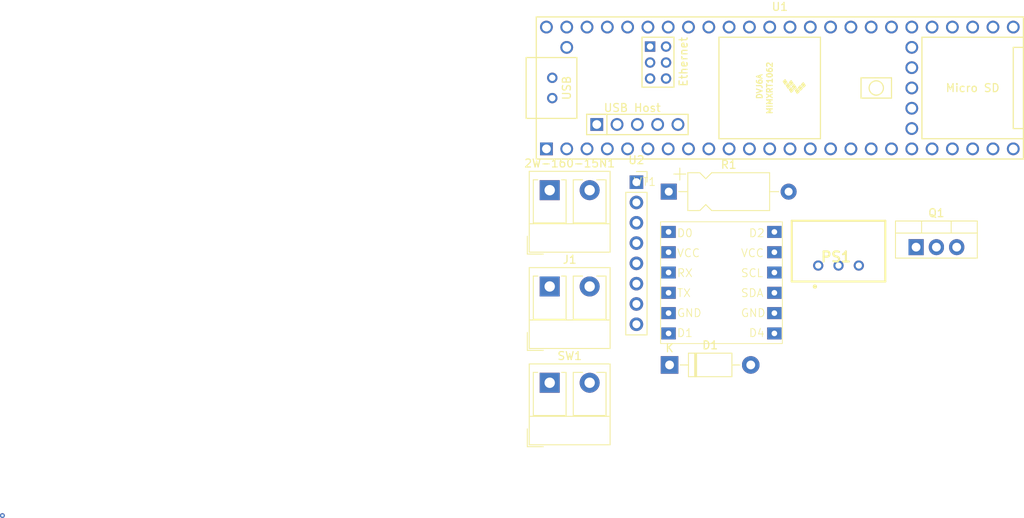
<source format=kicad_pcb>
(kicad_pcb (version 20240108) (generator "pcbnew") (generator_version "8.0")
  (layers (0 "F.Cu" signal) (31 "B.Cu" signal) (34 "B.Paste" user) (35 "F.Paste" user) (36 "B.SilkS" user "B.Silkscreen") (37 "F.SilkS" user "F.Silkscreen") (38 "B.Mask" user) (39 "F.Mask" user) (44 "Edge.Cuts" user))
  (net 0 "")
  (net 1 "+12V")
  (net 2 "GND")
  (net 3 "Net-(Q1-G)")
  (net 4 "Net-(PS1-VOUT+)")
  (net 5 "/Valve Signal")
  (net 39 "+3V3")
  (net 52 "/SDA")
  (net 55 "/SCL")
  (net 56 "/5VIN")
  (footprint "TerminalBlock_RND:TerminalBlock_RND_205-00276_1x02_P5.00mm_Vertical" (layer "F.Cu") (at 102.49 85.78)
    (property "Reference" "2W-160-15N1" (at 2.5 -3.36 0) (layer "F.SilkS"))
    (property "Value" "~")
    (fp_line (start -2.8 5.76) (end -2.8 8) (stroke (width 0.12)) (layer "F.SilkS"))
    (fp_line (start -2.8 8) (end -0.8 8) (stroke (width 0.12)) (layer "F.SilkS"))
    (fp_line (start -2.56 -2.36) (end -2.56 7.76) (stroke (width 0.12)) (layer "F.SilkS"))
    (fp_line (start -2.56 -2.36) (end 7.56 -2.36) (stroke (width 0.12)) (layer "F.SilkS"))
    (fp_line (start -2.56 4.2) (end 7.56 4.2) (stroke (width 0.12)) (layer "F.SilkS"))
    (fp_line (start -2.56 7.76) (end 7.56 7.76) (stroke (width 0.12)) (layer "F.SilkS"))
    (fp_line (start -2.05 -1.3) (end -2.05 4.1) (stroke (width 0.12)) (layer "F.SilkS"))
    (fp_line (start -2.05 -1.3) (end -1.49 -1.3) (stroke (width 0.12)) (layer "F.SilkS"))
    (fp_line (start -2.05 4.1) (end 2.05 4.1) (stroke (width 0.12)) (layer "F.SilkS"))
    (fp_line (start 1.49 -1.3) (end 2.05 -1.3) (stroke (width 0.12)) (layer "F.SilkS"))
    (fp_line (start 2.05 -1.3) (end 2.05 4.1) (stroke (width 0.12)) (layer "F.SilkS"))
    (fp_line (start 2.95 -1.3) (end 2.95 4.1) (stroke (width 0.12)) (layer "F.SilkS"))
    (fp_line (start 2.95 -1.3) (end 4.117 -1.3) (stroke (width 0.12)) (layer "F.SilkS"))
    (fp_line (start 2.95 4.1) (end 7.05 4.1) (stroke (width 0.12)) (layer "F.SilkS"))
    (fp_line (start 5.884 -1.3) (end 7.05 -1.3) (stroke (width 0.12)) (layer "F.SilkS"))
    (fp_line (start 7.05 -1.3) (end 7.05 4.1) (stroke (width 0.12)) (layer "F.SilkS"))
    (fp_line (start 7.56 -2.36) (end 7.56 7.76) (stroke (width 0.12)) (layer "F.SilkS"))
    (pad "1" thru_hole rect (at 0 0) (size 2.5 2.5) (drill 1.3) (layers "*.Cu" "*.Mask") (net 1 "+12V"))
    (pad "2" thru_hole circle (at 5 0) (size 2.5 2.5) (drill 1.3) (layers "*.Cu" "*.Mask") (net 1 "+12V"))
  )
  (footprint "Diode_THT:D_DO-41_SOD81_P10.16mm_Horizontal" (layer "F.Cu") (at 117.49 107.65)
    (property "Reference" "D1" (at 5.08 -2.47 0) (layer "F.SilkS"))
    (property "Value" "1N4001")
    (fp_line (start 1.34 0) (end 2.36 0) (stroke (width 0.12)) (layer "F.SilkS"))
    (fp_line (start 2.36 -1.47) (end 2.36 1.47) (stroke (width 0.12)) (layer "F.SilkS"))
    (fp_line (start 2.36 1.47) (end 7.8 1.47) (stroke (width 0.12)) (layer "F.SilkS"))
    (fp_line (start 3.14 -1.47) (end 3.14 1.47) (stroke (width 0.12)) (layer "F.SilkS"))
    (fp_line (start 3.26 -1.47) (end 3.26 1.47) (stroke (width 0.12)) (layer "F.SilkS"))
    (fp_line (start 3.38 -1.47) (end 3.38 1.47) (stroke (width 0.12)) (layer "F.SilkS"))
    (fp_line (start 7.8 -1.47) (end 2.36 -1.47) (stroke (width 0.12)) (layer "F.SilkS"))
    (fp_line (start 7.8 1.47) (end 7.8 -1.47) (stroke (width 0.12)) (layer "F.SilkS"))
    (fp_line (start 8.82 0) (end 7.8 0) (stroke (width 0.12)) (layer "F.SilkS"))
    (fp_text user "K" (at 0 -2.1 0) (layer "F.SilkS"))
    (pad "1" thru_hole rect (at 0 0) (size 2.2 2.2) (drill 1.1) (layers "*.Cu" "*.Mask") (net 1 "+12V"))
    (pad "2" thru_hole oval (at 10.16 0) (size 2.2 2.2) (drill 1.1) (layers "*.Cu" "*.Mask") (net 1 "+12V"))
  )
  (footprint "TerminalBlock_RND:TerminalBlock_RND_205-00276_1x02_P5.00mm_Vertical" (layer "F.Cu") (at 102.49 109.88)
    (property "Reference" "SW1" (at 2.5 -3.36 0) (layer "F.SilkS"))
    (property "Value" "SW_SPDT")
    (fp_line (start -2.8 5.76) (end -2.8 8) (stroke (width 0.12)) (layer "F.SilkS"))
    (fp_line (start -2.8 8) (end -0.8 8) (stroke (width 0.12)) (layer "F.SilkS"))
    (fp_line (start -2.56 -2.36) (end -2.56 7.76) (stroke (width 0.12)) (layer "F.SilkS"))
    (fp_line (start -2.56 -2.36) (end 7.56 -2.36) (stroke (width 0.12)) (layer "F.SilkS"))
    (fp_line (start -2.56 4.2) (end 7.56 4.2) (stroke (width 0.12)) (layer "F.SilkS"))
    (fp_line (start -2.56 7.76) (end 7.56 7.76) (stroke (width 0.12)) (layer "F.SilkS"))
    (fp_line (start -2.05 -1.3) (end -2.05 4.1) (stroke (width 0.12)) (layer "F.SilkS"))
    (fp_line (start -2.05 -1.3) (end -1.49 -1.3) (stroke (width 0.12)) (layer "F.SilkS"))
    (fp_line (start -2.05 4.1) (end 2.05 4.1) (stroke (width 0.12)) (layer "F.SilkS"))
    (fp_line (start 1.49 -1.3) (end 2.05 -1.3) (stroke (width 0.12)) (layer "F.SilkS"))
    (fp_line (start 2.05 -1.3) (end 2.05 4.1) (stroke (width 0.12)) (layer "F.SilkS"))
    (fp_line (start 2.95 -1.3) (end 2.95 4.1) (stroke (width 0.12)) (layer "F.SilkS"))
    (fp_line (start 2.95 -1.3) (end 4.117 -1.3) (stroke (width 0.12)) (layer "F.SilkS"))
    (fp_line (start 2.95 4.1) (end 7.05 4.1) (stroke (width 0.12)) (layer "F.SilkS"))
    (fp_line (start 5.884 -1.3) (end 7.05 -1.3) (stroke (width 0.12)) (layer "F.SilkS"))
    (fp_line (start 7.05 -1.3) (end 7.05 4.1) (stroke (width 0.12)) (layer "F.SilkS"))
    (fp_line (start 7.56 -2.36) (end 7.56 7.76) (stroke (width 0.12)) (layer "F.SilkS"))
    (pad "1" thru_hole rect (at 0 0) (size 2.5 2.5) (drill 1.3) (layers "*.Cu" "*.Mask"))
    (pad "2" thru_hole circle (at 5 0) (size 2.5 2.5) (drill 1.3) (layers "*.Cu" "*.Mask") (net 4 "Net-(PS1-VOUT+)"))
  )
  (footprint "Connector_PinSocket_2.54mm:PinSocket_1x08_P2.54mm_Vertical" (layer "F.Cu") (at 113.34 84.78)
    (property "Reference" "U2" (at 0 -2.77 0) (layer "F.SilkS"))
    (property "Value" "~")
    (fp_line (start -1.33 1.27) (end -1.33 19.11) (stroke (width 0.12)) (layer "F.SilkS"))
    (fp_line (start -1.33 1.27) (end 1.33 1.27) (stroke (width 0.12)) (layer "F.SilkS"))
    (fp_line (start -1.33 19.11) (end 1.33 19.11) (stroke (width 0.12)) (layer "F.SilkS"))
    (fp_line (start 0 -1.33) (end 1.33 -1.33) (stroke (width 0.12)) (layer "F.SilkS"))
    (fp_line (start 1.33 -1.33) (end 1.33 0) (stroke (width 0.12)) (layer "F.SilkS"))
    (fp_line (start 1.33 1.27) (end 1.33 19.11) (stroke (width 0.12)) (layer "F.SilkS"))
    (pad "1" thru_hole rect (at 0 0) (size 1.7 1.7) (drill 1) (layers "*.Cu" "*.Mask") (net 39 "+3V3"))
    (pad "2" thru_hole oval (at 0 2.54) (size 1.7 1.7) (drill 1) (layers "*.Cu" "*.Mask"))
    (pad "3" thru_hole oval (at 0 5.08) (size 1.7 1.7) (drill 1) (layers "*.Cu" "*.Mask") (net 2 "GND"))
    (pad "4" thru_hole oval (at 0 7.62) (size 1.7 1.7) (drill 1) (layers "*.Cu" "*.Mask"))
    (pad "5" thru_hole oval (at 0 10.16) (size 1.7 1.7) (drill 1) (layers "*.Cu" "*.Mask") (net 55 "/SCL"))
    (pad "6" thru_hole oval (at 0 12.7) (size 1.7 1.7) (drill 1) (layers "*.Cu" "*.Mask"))
    (pad "7" thru_hole oval (at 0 15.24) (size 1.7 1.7) (drill 1) (layers "*.Cu" "*.Mask") (net 52 "/SDA"))
    (pad "8" thru_hole oval (at 0 17.78) (size 1.7 1.7) (drill 1) (layers "*.Cu" "*.Mask"))
  )
  (footprint "random-footprints:TSR-1-24120" (layer "F.Cu") (at 138.632 95.212)
    (property "Reference" "PS1" (at -0.321 -1.077 0) (layer "F.SilkS") (effects (font (size 1.27 1.27) (thickness 0.254))))
    (property "Value" "TSR_1-2450" (hide yes))
    (fp_line (start -5.85 -5.6) (end -5.85 2) (stroke (width 0.254)) (layer "F.SilkS"))
    (fp_line (start -5.85 2) (end 5.85 2) (stroke (width 0.254)) (layer "F.SilkS"))
    (fp_line (start 5.85 -5.6) (end -5.85 -5.6) (stroke (width 0.254)) (layer "F.SilkS"))
    (fp_line (start 5.85 2) (end 5.85 -5.6) (stroke (width 0.254)) (layer "F.SilkS"))
    (fp_circle (center -2.955 2.633) (end -2.955 2.774) (stroke (width 0.254)) (fill none) (layer "F.SilkS"))
    (pad "1" thru_hole circle (at -2.54 0) (size 1.28 1.28) (drill 0.78) (layers "*.Cu" "*.Mask") (net 1 "+12V"))
    (pad "2" thru_hole circle (at 0 0) (size 1.28 1.28) (drill 0.78) (layers "*.Cu" "*.Mask") (net 2 "GND"))
    (pad "3" thru_hole circle (at 2.54 0) (size 1.28 1.28) (drill 0.78) (layers "*.Cu" "*.Mask") (net 4 "Net-(PS1-VOUT+)"))
  )
  (footprint "teensy-foots:Teensy41" (layer "F.Cu") (at 131.29 72.99)
    (property "Reference" "U1" (at 0 -10.16 0) (layer "F.SilkS"))
    (property "Value" "Teensy4.1")
    (fp_line (start -31.75 -3.81) (end -30.48 -3.81) (stroke (width 0.15)) (layer "F.SilkS"))
    (fp_line (start -31.75 3.81) (end -31.75 -3.81) (stroke (width 0.15)) (layer "F.SilkS"))
    (fp_line (start -30.48 -8.89) (end 30.48 -8.89) (stroke (width 0.15)) (layer "F.SilkS"))
    (fp_line (start -30.48 3.81) (end -31.75 3.81) (stroke (width 0.15)) (layer "F.SilkS"))
    (fp_line (start -30.48 8.89) (end -30.48 -8.89) (stroke (width 0.15)) (layer "F.SilkS"))
    (fp_line (start -25.4 -3.81) (end -30.48 -3.81) (stroke (width 0.15)) (layer "F.SilkS"))
    (fp_line (start -25.4 3.81) (end -30.48 3.81) (stroke (width 0.15)) (layer "F.SilkS"))
    (fp_line (start -25.4 3.81) (end -25.4 -3.81) (stroke (width 0.15)) (layer "F.SilkS"))
    (fp_line (start -24.1808 3.2992) (end -21.6408 3.2992) (stroke (width 0.15)) (layer "F.SilkS"))
    (fp_line (start -24.1808 3.2992) (end -11.4808 3.2992) (stroke (width 0.15)) (layer "F.SilkS"))
    (fp_line (start -24.1808 5.8392) (end -24.1808 3.2992) (stroke (width 0.15)) (layer "F.SilkS"))
    (fp_line (start -21.6408 3.2992) (end -21.6408 5.8392) (stroke (width 0.15)) (layer "F.SilkS"))
    (fp_line (start -17.25 -6.3516) (end -17.25 -6.1016) (stroke (width 0.15)) (layer "F.SilkS"))
    (fp_line (start -17.25 -6.1016) (end -17.25 -0.1016) (stroke (width 0.15)) (layer "F.SilkS"))
    (fp_line (start -17.25 -0.1016) (end -13.25 -0.1016) (stroke (width 0.15)) (layer "F.SilkS"))
    (fp_line (start -13.25 -6.3516) (end -17.25 -6.3516) (stroke (width 0.15)) (layer "F.SilkS"))
    (fp_line (start -13.25 -0.1016) (end -13.25 -6.3516) (stroke (width 0.15)) (layer "F.SilkS"))
    (fp_line (start -11.4808 3.2992) (end -11.4808 5.8392) (stroke (width 0.15)) (layer "F.SilkS"))
    (fp_line (start -11.4808 5.8392) (end -24.1808 5.8392) (stroke (width 0.15)) (layer "F.SilkS"))
    (fp_line (start -7.62 -6.35) (end -7.62 6.35) (stroke (width 0.15)) (layer "F.SilkS"))
    (fp_line (start -7.62 6.35) (end 5.08 6.35) (stroke (width 0.15)) (layer "F.SilkS"))
    (fp_line (start 5.08 -6.35) (end -7.62 -6.35) (stroke (width 0.15)) (layer "F.SilkS"))
    (fp_line (start 5.08 6.35) (end 5.08 -6.35) (stroke (width 0.15)) (layer "F.SilkS"))
    (fp_line (start 10.16 -1.27) (end 13.97 -1.27) (stroke (width 0.15)) (layer "F.SilkS"))
    (fp_line (start 10.16 1.27) (end 10.16 -1.27) (stroke (width 0.15)) (layer "F.SilkS"))
    (fp_line (start 13.97 -1.27) (end 13.97 1.27) (stroke (width 0.15)) (layer "F.SilkS"))
    (fp_line (start 13.97 1.27) (end 10.16 1.27) (stroke (width 0.15)) (layer "F.SilkS"))
    (fp_line (start 17.78 -6.35) (end 17.78 6.35) (stroke (width 0.15)) (layer "F.SilkS"))
    (fp_line (start 17.78 6.35) (end 30.48 6.35) (stroke (width 0.15)) (layer "F.SilkS"))
    (fp_line (start 29.21 -5.08) (end 29.21 5.08) (stroke (width 0.15)) (layer "F.SilkS"))
    (fp_line (start 29.21 5.08) (end 30.48 5.08) (stroke (width 0.15)) (layer "F.SilkS"))
    (fp_line (start 30.48 -8.89) (end 30.48 8.89) (stroke (width 0.15)) (layer "F.SilkS"))
    (fp_line (start 30.48 -6.35) (end 17.78 -6.35) (stroke (width 0.15)) (layer "F.SilkS"))
    (fp_line (start 30.48 -5.08) (end 29.21 -5.08) (stroke (width 0.15)) (layer "F.SilkS"))
    (fp_line (start 30.48 8.89) (end -30.48 8.89) (stroke (width 0.15)) (layer "F.SilkS"))
    (fp_circle (center 12.065 0) (end 12.7 -0.635) (stroke (width 0.15)) (fill none) (layer "F.SilkS"))
    (fp_poly (pts (xy 0.911 -0.688) (xy 0.657 -0.434) (xy 0.403 -0.815) (xy 0.657 -1.069)) (stroke (width 0.1)) (fill solid) (layer "F.SilkS"))
    (fp_poly (pts (xy 1.292 -0.18) (xy 1.038 0.074) (xy 0.784 -0.307) (xy 1.038 -0.561)) (stroke (width 0.1)) (fill solid) (layer "F.SilkS"))
    (fp_poly (pts (xy 1.673 -0.561) (xy 1.419 -0.307) (xy 1.165 -0.688) (xy 1.419 -0.942)) (stroke (width 0.1)) (fill solid) (layer "F.SilkS"))
    (fp_poly (pts (xy 1.673 0.328) (xy 1.419 0.582) (xy 1.165 0.201) (xy 1.419 -0.053)) (stroke (width 0.1)) (fill solid) (layer "F.SilkS"))
    (fp_poly (pts (xy 2.054 -0.053) (xy 1.8 0.201) (xy 1.546 -0.18) (xy 1.8 -0.434)) (stroke (width 0.1)) (fill solid) (layer "F.SilkS"))
    (fp_poly (pts (xy 2.435 0.455) (xy 2.181 0.709) (xy 1.927 0.328) (xy 2.181 0.074)) (stroke (width 0.1)) (fill solid) (layer "F.SilkS"))
    (fp_poly (pts (xy 2.816 0.074) (xy 2.562 0.328) (xy 2.308 -0.053) (xy 2.562 -0.307)) (stroke (width 0.1)) (fill solid) (layer "F.SilkS"))
    (fp_poly (pts (xy 3.197 -0.307) (xy 2.943 -0.053) (xy 2.689 -0.434) (xy 2.943 -0.688)) (stroke (width 0.1)) (fill solid) (layer "F.SilkS"))
    (fp_text user "MIMXRT1062" (at -1.27 0 -90) (layer "F.SilkS") (effects (font (size 0.7 0.7))))
    (fp_text user "Micro SD" (at 24.13 0 0) (layer "F.SilkS"))
    (fp_text user "Ethernet" (at -12.065 -3.2766 90) (layer "F.SilkS"))
    (fp_text user "USB Host" (at -18.4658 2.4892 0) (layer "F.SilkS"))
    (fp_text user "DVJ6A" (at -2.54 -0.18 -90) (layer "F.SilkS") (effects (font (size 0.7 0.7))))
    (fp_text user "USB" (at -26.67 0 -90) (layer "F.SilkS"))
    (pad "1" thru_hole rect (at -29.21 7.62) (size 1.6 1.6) (drill 1.1) (layers "*.Cu" "*.Mask") (net 2 "GND"))
    (pad "2" thru_hole circle (at -26.67 7.62) (size 1.6 1.6) (drill 1.1) (layers "*.Cu" "*.Mask"))
    (pad "3" thru_hole circle (at -24.13 7.62) (size 1.6 1.6) (drill 1.1) (layers "*.Cu" "*.Mask"))
    (pad "4" thru_hole circle (at -21.59 7.62) (size 1.6 1.6) (drill 1.1) (layers "*.Cu" "*.Mask"))
    (pad "5" thru_hole circle (at -19.05 7.62) (size 1.6 1.6) (drill 1.1) (layers "*.Cu" "*.Mask"))
    (pad "6" thru_hole circle (at -16.51 7.62) (size 1.6 1.6) (drill 1.1) (layers "*.Cu" "*.Mask"))
    (pad "7" thru_hole circle (at -13.97 7.62) (size 1.6 1.6) (drill 1.1) (layers "*.Cu" "*.Mask") (net 5 "/Valve Signal"))
    (pad "8" thru_hole circle (at -11.43 7.62) (size 1.6 1.6) (drill 1.1) (layers "*.Cu" "*.Mask"))
    (pad "9" thru_hole circle (at -8.89 7.62) (size 1.6 1.6) (drill 1.1) (layers "*.Cu" "*.Mask"))
    (pad "10" thru_hole circle (at -6.35 7.62) (size 1.6 1.6) (drill 1.1) (layers "*.Cu" "*.Mask"))
    (pad "11" thru_hole circle (at -3.81 7.62) (size 1.6 1.6) (drill 1.1) (layers "*.Cu" "*.Mask"))
    (pad "12" thru_hole circle (at -1.27 7.62) (size 1.6 1.6) (drill 1.1) (layers "*.Cu" "*.Mask"))
    (pad "13" thru_hole circle (at 1.27 7.62) (size 1.6 1.6) (drill 1.1) (layers "*.Cu" "*.Mask"))
    (pad "14" thru_hole circle (at 3.81 7.62) (size 1.6 1.6) (drill 1.1) (layers "*.Cu" "*.Mask"))
    (pad "15" thru_hole circle (at 6.35 7.62) (size 1.6 1.6) (drill 1.1) (layers "*.Cu" "*.Mask"))
    (pad "16" thru_hole circle (at 8.89 7.62) (size 1.6 1.6) (drill 1.1) (layers "*.Cu" "*.Mask"))
    (pad "17" thru_hole circle (at 11.43 7.62) (size 1.6 1.6) (drill 1.1) (layers "*.Cu" "*.Mask"))
    (pad "18" thru_hole circle (at 13.97 7.62) (size 1.6 1.6) (drill 1.1) (layers "*.Cu" "*.Mask"))
    (pad "19" thru_hole circle (at 16.51 7.62) (size 1.6 1.6) (drill 1.1) (layers "*.Cu" "*.Mask"))
    (pad "20" thru_hole circle (at 19.05 7.62) (size 1.6 1.6) (drill 1.1) (layers "*.Cu" "*.Mask"))
    (pad "21" thru_hole circle (at 21.59 7.62) (size 1.6 1.6) (drill 1.1) (layers "*.Cu" "*.Mask"))
    (pad "22" thru_hole circle (at 24.13 7.62) (size 1.6 1.6) (drill 1.1) (layers "*.Cu" "*.Mask"))
    (pad "23" thru_hole circle (at 26.67 7.62) (size 1.6 1.6) (drill 1.1) (layers "*.Cu" "*.Mask"))
    (pad "24" thru_hole circle (at 29.21 7.62) (size 1.6 1.6) (drill 1.1) (layers "*.Cu" "*.Mask"))
    (pad "25" thru_hole circle (at 29.21 -7.62) (size 1.6 1.6) (drill 1.1) (layers "*.Cu" "*.Mask"))
    (pad "26" thru_hole circle (at 26.67 -7.62) (size 1.6 1.6) (drill 1.1) (layers "*.Cu" "*.Mask"))
    (pad "27" thru_hole circle (at 24.13 -7.62) (size 1.6 1.6) (drill 1.1) (layers "*.Cu" "*.Mask"))
    (pad "28" thru_hole circle (at 21.59 -7.62) (size 1.6 1.6) (drill 1.1) (layers "*.Cu" "*.Mask"))
    (pad "29" thru_hole circle (at 19.05 -7.62) (size 1.6 1.6) (drill 1.1) (layers "*.Cu" "*.Mask"))
    (pad "30" thru_hole circle (at 16.51 -7.62) (size 1.6 1.6) (drill 1.1) (layers "*.Cu" "*.Mask"))
    (pad "31" thru_hole circle (at 13.97 -7.62) (size 1.6 1.6) (drill 1.1) (layers "*.Cu" "*.Mask"))
    (pad "32" thru_hole circle (at 11.43 -7.62) (size 1.6 1.6) (drill 1.1) (layers "*.Cu" "*.Mask"))
    (pad "33" thru_hole circle (at 8.89 -7.62) (size 1.6 1.6) (drill 1.1) (layers "*.Cu" "*.Mask"))
    (pad "34" thru_hole circle (at 6.35 -7.62) (size 1.6 1.6) (drill 1.1) (layers "*.Cu" "*.Mask"))
    (pad "35" thru_hole circle (at 3.81 -7.62) (size 1.6 1.6) (drill 1.1) (layers "*.Cu" "*.Mask"))
    (pad "36" thru_hole circle (at 1.27 -7.62) (size 1.6 1.6) (drill 1.1) (layers "*.Cu" "*.Mask"))
    (pad "37" thru_hole circle (at -1.27 -7.62) (size 1.6 1.6) (drill 1.1) (layers "*.Cu" "*.Mask"))
    (pad "38" thru_hole circle (at -3.81 -7.62) (size 1.6 1.6) (drill 1.1) (layers "*.Cu" "*.Mask"))
    (pad "39" thru_hole circle (at -6.35 -7.62) (size 1.6 1.6) (drill 1.1) (layers "*.Cu" "*.Mask"))
    (pad "40" thru_hole circle (at -8.89 -7.62) (size 1.6 1.6) (drill 1.1) (layers "*.Cu" "*.Mask") (net 52 "/SDA"))
    (pad "41" thru_hole circle (at -11.43 -7.62) (size 1.6 1.6) (drill 1.1) (layers "*.Cu" "*.Mask") (net 55 "/SCL"))
    (pad "42" thru_hole circle (at -13.97 -7.62) (size 1.6 1.6) (drill 1.1) (layers "*.Cu" "*.Mask"))
    (pad "43" thru_hole circle (at -16.51 -7.62) (size 1.6 1.6) (drill 1.1) (layers "*.Cu" "*.Mask"))
    (pad "44" thru_hole circle (at -19.05 -7.62) (size 1.6 1.6) (drill 1.1) (layers "*.Cu" "*.Mask"))
    (pad "45" thru_hole circle (at -21.59 -7.62) (size 1.6 1.6) (drill 1.1) (layers "*.Cu" "*.Mask"))
    (pad "46" thru_hole circle (at -24.13 -7.62) (size 1.6 1.6) (drill 1.1) (layers "*.Cu" "*.Mask") (net 39 "+3V3"))
    (pad "47" thru_hole circle (at -26.67 -7.62) (size 1.6 1.6) (drill 1.1) (layers "*.Cu" "*.Mask"))
    (pad "48" thru_hole circle (at -29.21 -7.62) (size 1.6 1.6) (drill 1.1) (layers "*.Cu" "*.Mask") (net 56 "/5VIN"))
    (pad "49" thru_hole circle (at -26.67 -5.08) (size 1.6 1.6) (drill 1.1) (layers "*.Cu" "*.Mask"))
    (pad "50" thru_hole circle (at 16.51 5.08) (size 1.6 1.6) (drill 1.1) (layers "*.Cu" "*.Mask"))
    (pad "51" thru_hole circle (at 16.51 2.54) (size 1.6 1.6) (drill 1.1) (layers "*.Cu" "*.Mask"))
    (pad "52" thru_hole circle (at 16.51 0) (size 1.6 1.6) (drill 1.1) (layers "*.Cu" "*.Mask"))
    (pad "53" thru_hole circle (at 16.51 -2.54) (size 1.6 1.6) (drill 1.1) (layers "*.Cu" "*.Mask"))
    (pad "54" thru_hole circle (at 16.51 -5.08) (size 1.6 1.6) (drill 1.1) (layers "*.Cu" "*.Mask"))
    (pad "55" thru_hole rect (at -22.9108 4.5692) (size 1.6 1.6) (drill 1.1) (layers "*.Cu" "*.Mask"))
    (pad "56" thru_hole circle (at -20.3708 4.5692) (size 1.6 1.6) (drill 1.1) (layers "*.Cu" "*.Mask"))
    (pad "57" thru_hole circle (at -17.8308 4.5692) (size 1.6 1.6) (drill 1.1) (layers "*.Cu" "*.Mask"))
    (pad "58" thru_hole circle (at -15.2908 4.5692) (size 1.6 1.6) (drill 1.1) (layers "*.Cu" "*.Mask"))
    (pad "59" thru_hole circle (at -12.7508 4.5692) (size 1.6 1.6) (drill 1.1) (layers "*.Cu" "*.Mask"))
    (pad "60" thru_hole rect (at -16.24 -5.1816) (size 1.3 1.3) (drill 0.8) (layers "*.Cu" "*.Mask"))
    (pad "61" thru_hole circle (at -16.24 -3.1816) (size 1.3 1.3) (drill 0.8) (layers "*.Cu" "*.Mask"))
    (pad "62" thru_hole circle (at -16.24 -1.1816) (size 1.3 1.3) (drill 0.8) (layers "*.Cu" "*.Mask"))
    (pad "63" thru_hole circle (at -14.24 -1.1816) (size 1.3 1.3) (drill 0.8) (layers "*.Cu" "*.Mask"))
    (pad "64" thru_hole circle (at -14.24 -3.1816) (size 1.3 1.3) (drill 0.8) (layers "*.Cu" "*.Mask"))
    (pad "65" thru_hole circle (at -14.24 -5.1816) (size 1.3 1.3) (drill 0.8) (layers "*.Cu" "*.Mask"))
    (pad "66" thru_hole circle (at -28.48 -1.27) (size 1.3 1.3) (drill 0.8) (layers "*.Cu" "*.Mask"))
    (pad "67" thru_hole circle (at -28.48 1.27) (size 1.3 1.3) (drill 0.8) (layers "*.Cu" "*.Mask"))
  )
  (footprint "Library:WT901" (layer "F.Cu") (at 116.365 89.735)
    (property "Reference" "WT1" (at -2 -5 0) (layer "F.SilkS") (effects (font (thickness 0.1))))
    (property "Value" "~")
    (fp_rect (start 0 0) (end 15.24 15.24) (stroke (width 0.1)) (fill none) (layer "F.SilkS"))
    (fp_text user "SDA" (at 10 9.5 0) (layer "F.SilkS") (effects (font (thickness 0.1)) (justify left bottom)))
    (fp_text user "SCL" (at 10 7 0) (layer "F.SilkS") (effects (font (thickness 0.1)) (justify left bottom)))
    (fp_text user "RX" (at 2 7 0) (layer "F.SilkS") (effects (font (thickness 0.1)) (justify left bottom)))
    (fp_text user "D1" (at 2 14.5 0) (layer "F.SilkS") (effects (font (thickness 0.1)) (justify left bottom)))
    (fp_text user "TX" (at 2 9.5 0) (layer "F.SilkS") (effects (font (thickness 0.1)) (justify left bottom)))
    (fp_text user "VCC" (at 10 4.5 0) (layer "F.SilkS") (effects (font (thickness 0.1)) (justify left bottom)))
    (fp_text user "D4" (at 11 14.5 0) (layer "F.SilkS") (effects (font (thickness 0.1)) (justify left bottom)))
    (fp_text user "GND" (at 10 12 0) (layer "F.SilkS") (effects (font (thickness 0.1)) (justify left bottom)))
    (fp_text user "D2" (at 11 2 0) (layer "F.SilkS") (effects (font (thickness 0.1)) (justify left bottom)))
    (fp_text user "GND" (at 2 12 0) (layer "F.SilkS") (effects (font (thickness 0.1)) (justify left bottom)))
    (fp_text user "D0" (at 2 2 0) (layer "F.SilkS") (effects (font (thickness 0.1)) (justify left bottom)))
    (fp_text user "VCC" (at 2 4.5 0) (layer "F.SilkS") (effects (font (thickness 0.1)) (justify left bottom)))
    (pad "1" thru_hole rect (at 1 1.27) (size 1.8 1.5) (drill 0.7) (layers "*.Cu" "*.Mask"))
    (pad "2" thru_hole rect (at 1 3.81) (size 1.8 1.5) (drill 0.7) (layers "*.Cu" "*.Mask"))
    (pad "3" thru_hole rect (at 1 6.35) (size 1.8 1.5) (drill 0.7) (layers "*.Cu" "*.Mask"))
    (pad "4" thru_hole rect (at 1 8.89) (size 1.8 1.5) (drill 0.7) (layers "*.Cu" "*.Mask"))
    (pad "5" thru_hole rect (at 1 11.43) (size 1.8 1.5) (drill 0.7) (layers "*.Cu" "*.Mask"))
    (pad "6" thru_hole rect (at 1 13.97) (size 1.8 1.5) (drill 0.7) (layers "*.Cu" "*.Mask"))
    (pad "7" thru_hole rect (at 14.24 1.27) (size 1.8 1.5) (drill 0.7) (layers "*.Cu" "*.Mask"))
    (pad "8" thru_hole rect (at 14.24 3.81) (size 1.8 1.5) (drill 0.7) (layers "*.Cu" "*.Mask") (net 39 "+3V3"))
    (pad "9" thru_hole rect (at 14.24 6.35) (size 1.8 1.5) (drill 0.7) (layers "*.Cu" "*.Mask") (net 55 "/SCL"))
    (pad "10" thru_hole rect (at 14.24 8.89) (size 1.8 1.5) (drill 0.7) (layers "*.Cu" "*.Mask") (net 52 "/SDA"))
    (pad "11" thru_hole rect (at 14.24 11.43) (size 1.8 1.5) (drill 0.7) (layers "*.Cu" "*.Mask") (net 2 "GND"))
    (pad "12" thru_hole rect (at 14.24 13.97) (size 1.8 1.5) (drill 0.7) (layers "*.Cu" "*.Mask"))
  )
  (footprint "Package_TO_SOT_THT:TO-220-3_Vertical" (layer "F.Cu") (at 148.34 92.91)
    (property "Reference" "Q1" (at 2.54 -4.27 0) (layer "F.SilkS"))
    (property "Value" "IRLB8721PBF")
    (fp_line (start -2.58 -3.27) (end -2.58 1.371) (stroke (width 0.12)) (layer "F.SilkS"))
    (fp_line (start -2.58 -3.27) (end 7.66 -3.27) (stroke (width 0.12)) (layer "F.SilkS"))
    (fp_line (start -2.58 -1.76) (end 7.66 -1.76) (stroke (width 0.12)) (layer "F.SilkS"))
    (fp_line (start -2.58 1.371) (end 7.66 1.371) (stroke (width 0.12)) (layer "F.SilkS"))
    (fp_line (start 0.69 -3.27) (end 0.69 -1.76) (stroke (width 0.12)) (layer "F.SilkS"))
    (fp_line (start 4.391 -3.27) (end 4.391 -1.76) (stroke (width 0.12)) (layer "F.SilkS"))
    (fp_line (start 7.66 -3.27) (end 7.66 1.371) (stroke (width 0.12)) (layer "F.SilkS"))
    (pad "1" thru_hole rect (at 0 0) (size 1.905 2) (drill 1.1) (layers "*.Cu" "*.Mask") (net 3 "Net-(Q1-G)"))
    (pad "2" thru_hole oval (at 2.54 0) (size 1.905 2) (drill 1.1) (layers "*.Cu" "*.Mask") (net 1 "+12V"))
    (pad "3" thru_hole oval (at 5.08 0) (size 1.905 2) (drill 1.1) (layers "*.Cu" "*.Mask") (net 2 "GND"))
  )
  (footprint "Capacitor_THT:CP_Axial_L10.0mm_D4.5mm_P15.00mm_Horizontal" (layer "F.Cu") (at 117.39 85.965)
    (property "Reference" "R1" (at 7.5 -3.37 0) (layer "F.SilkS"))
    (property "Value" "270")
    (fp_line (start 0.63 -2.2) (end 2.13 -2.2) (stroke (width 0.12)) (layer "F.SilkS"))
    (fp_line (start 1.24 0) (end 2.38 0) (stroke (width 0.12)) (layer "F.SilkS"))
    (fp_line (start 1.38 -2.95) (end 1.38 -1.45) (stroke (width 0.12)) (layer "F.SilkS"))
    (fp_line (start 2.38 -2.37) (end 2.38 2.37) (stroke (width 0.12)) (layer "F.SilkS"))
    (fp_line (start 2.38 -2.37) (end 3.88 -2.37) (stroke (width 0.12)) (layer "F.SilkS"))
    (fp_line (start 2.38 2.37) (end 3.88 2.37) (stroke (width 0.12)) (layer "F.SilkS"))
    (fp_line (start 3.88 -2.37) (end 4.63 -1.62) (stroke (width 0.12)) (layer "F.SilkS"))
    (fp_line (start 3.88 2.37) (end 4.63 1.62) (stroke (width 0.12)) (layer "F.SilkS"))
    (fp_line (start 4.63 -1.62) (end 5.38 -2.37) (stroke (width 0.12)) (layer "F.SilkS"))
    (fp_line (start 4.63 1.62) (end 5.38 2.37) (stroke (width 0.12)) (layer "F.SilkS"))
    (fp_line (start 5.38 -2.37) (end 12.62 -2.37) (stroke (width 0.12)) (layer "F.SilkS"))
    (fp_line (start 5.38 2.37) (end 12.62 2.37) (stroke (width 0.12)) (layer "F.SilkS"))
    (fp_line (start 12.62 -2.37) (end 12.62 2.37) (stroke (width 0.12)) (layer "F.SilkS"))
    (fp_line (start 13.76 0) (end 12.62 0) (stroke (width 0.12)) (layer "F.SilkS"))
    (pad "1" thru_hole rect (at 0 0) (size 2 2) (drill 1) (layers "*.Cu" "*.Mask") (net 3 "Net-(Q1-G)"))
    (pad "2" thru_hole oval (at 15 0) (size 2 2) (drill 1) (layers "*.Cu" "*.Mask") (net 5 "/Valve Signal"))
  )
  (footprint "TerminalBlock_RND:TerminalBlock_RND_205-00276_1x02_P5.00mm_Vertical" (layer "F.Cu") (at 102.49 97.83)
    (property "Reference" "J1" (at 2.5 -3.36 0) (layer "F.SilkS"))
    (property "Value" "Screw_Terminal_01x02")
    (fp_line (start -2.8 5.76) (end -2.8 8) (stroke (width 0.12)) (layer "F.SilkS"))
    (fp_line (start -2.8 8) (end -0.8 8) (stroke (width 0.12)) (layer "F.SilkS"))
    (fp_line (start -2.56 -2.36) (end -2.56 7.76) (stroke (width 0.12)) (layer "F.SilkS"))
    (fp_line (start -2.56 -2.36) (end 7.56 -2.36) (stroke (width 0.12)) (layer "F.SilkS"))
    (fp_line (start -2.56 4.2) (end 7.56 4.2) (stroke (width 0.12)) (layer "F.SilkS"))
    (fp_line (start -2.56 7.76) (end 7.56 7.76) (stroke (width 0.12)) (layer "F.SilkS"))
    (fp_line (start -2.05 -1.3) (end -2.05 4.1) (stroke (width 0.12)) (layer "F.SilkS"))
    (fp_line (start -2.05 -1.3) (end -1.49 -1.3) (stroke (width 0.12)) (layer "F.SilkS"))
    (fp_line (start -2.05 4.1) (end 2.05 4.1) (stroke (width 0.12)) (layer "F.SilkS"))
    (fp_line (start 1.49 -1.3) (end 2.05 -1.3) (stroke (width 0.12)) (layer "F.SilkS"))
    (fp_line (start 2.05 -1.3) (end 2.05 4.1) (stroke (width 0.12)) (layer "F.SilkS"))
    (fp_line (start 2.95 -1.3) (end 2.95 4.1) (stroke (width 0.12)) (layer "F.SilkS"))
    (fp_line (start 2.95 -1.3) (end 4.117 -1.3) (stroke (width 0.12)) (layer "F.SilkS"))
    (fp_line (start 2.95 4.1) (end 7.05 4.1) (stroke (width 0.12)) (layer "F.SilkS"))
    (fp_line (start 5.884 -1.3) (end 7.05 -1.3) (stroke (width 0.12)) (layer "F.SilkS"))
    (fp_line (start 7.05 -1.3) (end 7.05 4.1) (stroke (width 0.12)) (layer "F.SilkS"))
    (fp_line (start 7.56 -2.36) (end 7.56 7.76) (stroke (width 0.12)) (layer "F.SilkS"))
    (pad "1" thru_hole rect (at 0 0) (size 2.5 2.5) (drill 1.3) (layers "*.Cu" "*.Mask") (net 2 "GND"))
    (pad "2" thru_hole circle (at 5 0) (size 2.5 2.5) (drill 1.3) (layers "*.Cu" "*.Mask") (net 1 "+12V"))
  )
  (via (at 34 126.5) (size 0.6) (drill 0.3) (layers "F.Cu" "B.Cu") (net 0))
)
</source>
